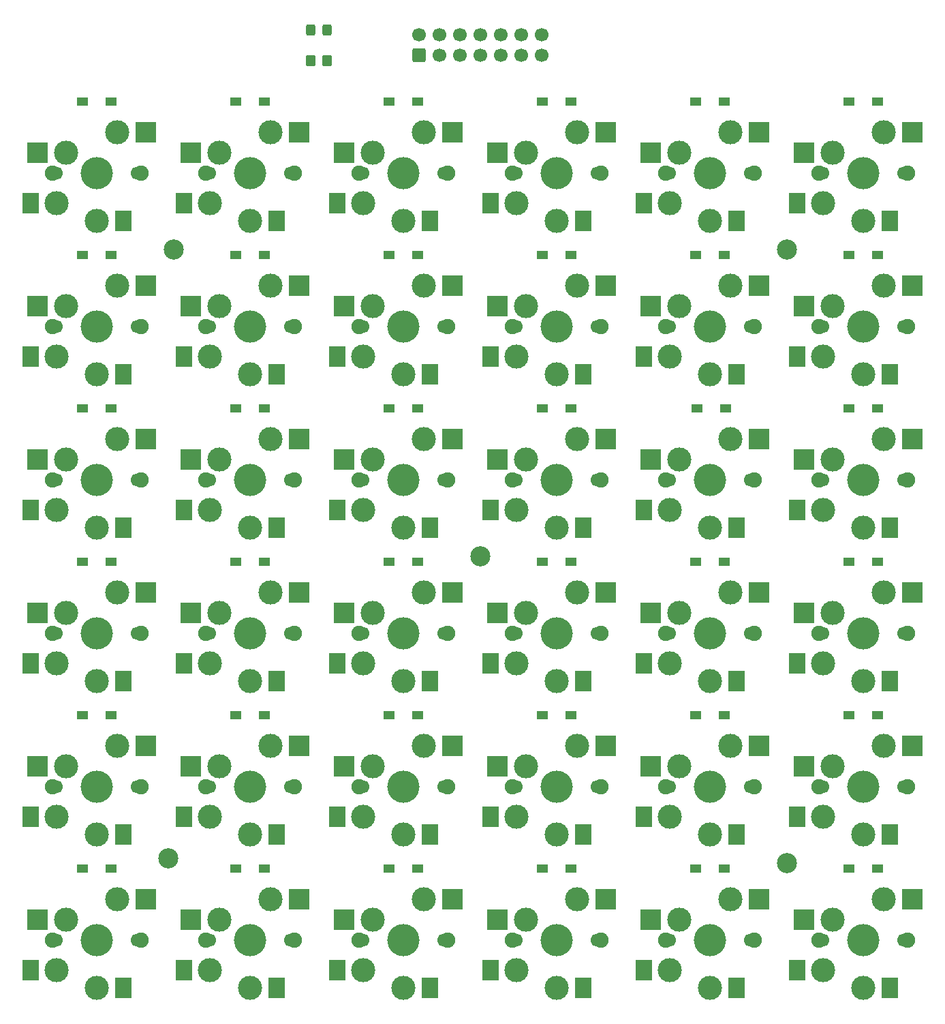
<source format=gbs>
%TF.GenerationSoftware,KiCad,Pcbnew,(6.0.1-0)*%
%TF.CreationDate,2022-02-06T15:04:05+08:00*%
%TF.ProjectId,Pragmatic,50726167-6d61-4746-9963-2e6b69636164,0.3*%
%TF.SameCoordinates,Original*%
%TF.FileFunction,Soldermask,Bot*%
%TF.FilePolarity,Negative*%
%FSLAX46Y46*%
G04 Gerber Fmt 4.6, Leading zero omitted, Abs format (unit mm)*
G04 Created by KiCad (PCBNEW (6.0.1-0)) date 2022-02-06 15:04:05*
%MOMM*%
%LPD*%
G01*
G04 APERTURE LIST*
G04 Aperture macros list*
%AMRoundRect*
0 Rectangle with rounded corners*
0 $1 Rounding radius*
0 $2 $3 $4 $5 $6 $7 $8 $9 X,Y pos of 4 corners*
0 Add a 4 corners polygon primitive as box body*
4,1,4,$2,$3,$4,$5,$6,$7,$8,$9,$2,$3,0*
0 Add four circle primitives for the rounded corners*
1,1,$1+$1,$2,$3*
1,1,$1+$1,$4,$5*
1,1,$1+$1,$6,$7*
1,1,$1+$1,$8,$9*
0 Add four rect primitives between the rounded corners*
20,1,$1+$1,$2,$3,$4,$5,0*
20,1,$1+$1,$4,$5,$6,$7,0*
20,1,$1+$1,$6,$7,$8,$9,0*
20,1,$1+$1,$8,$9,$2,$3,0*%
G04 Aperture macros list end*
%ADD10C,1.700000*%
%ADD11C,4.000000*%
%ADD12C,1.900000*%
%ADD13C,3.000000*%
%ADD14R,2.500000X2.500000*%
%ADD15R,2.000000X2.600000*%
%ADD16C,2.500000*%
%ADD17RoundRect,0.250000X0.600000X-0.600000X0.600000X0.600000X-0.600000X0.600000X-0.600000X-0.600000X0*%
%ADD18R,1.400000X1.000000*%
%ADD19RoundRect,0.250000X0.325000X0.450000X-0.325000X0.450000X-0.325000X-0.450000X0.325000X-0.450000X0*%
%ADD20RoundRect,0.250000X0.350000X0.450000X-0.350000X0.450000X-0.350000X-0.450000X0.350000X-0.450000X0*%
G04 APERTURE END LIST*
D10*
X52070000Y-57150000D03*
D11*
X57150000Y-57150000D03*
D12*
X51650000Y-57150000D03*
D10*
X62230000Y-57150000D03*
D13*
X59690000Y-52070000D03*
D12*
X62650000Y-57150000D03*
D13*
X57150000Y-63050000D03*
X53340000Y-54610000D03*
X52150000Y-60850000D03*
D14*
X49784000Y-54610000D03*
D15*
X48895000Y-60850000D03*
D14*
X63246000Y-52070000D03*
D15*
X60452000Y-63050000D03*
D10*
X52070000Y-76200000D03*
X62230000Y-76200000D03*
D13*
X57150000Y-82100000D03*
D12*
X62650000Y-76200000D03*
D13*
X52150000Y-79900000D03*
D12*
X51650000Y-76200000D03*
D11*
X57150000Y-76200000D03*
D13*
X59690000Y-71120000D03*
X53340000Y-73660000D03*
D15*
X48895000Y-79900000D03*
D14*
X49784000Y-73660000D03*
D15*
X60452000Y-82100000D03*
D14*
X63246000Y-71120000D03*
D10*
X81280000Y-76200000D03*
D11*
X76200000Y-76200000D03*
D13*
X76200000Y-82100000D03*
D12*
X81700000Y-76200000D03*
D10*
X71120000Y-76200000D03*
D13*
X78740000Y-71120000D03*
D12*
X70700000Y-76200000D03*
D13*
X72390000Y-73660000D03*
X71200000Y-79900000D03*
D14*
X68834000Y-73660000D03*
D15*
X67945000Y-79900000D03*
D14*
X82296000Y-71120000D03*
D15*
X79502000Y-82100000D03*
D11*
X76200000Y-57150000D03*
D13*
X71200000Y-60850000D03*
X78740000Y-52070000D03*
D12*
X81700000Y-57150000D03*
X70700000Y-57150000D03*
D13*
X76200000Y-63050000D03*
D10*
X81280000Y-57150000D03*
X71120000Y-57150000D03*
D13*
X72390000Y-54610000D03*
D15*
X67945000Y-60850000D03*
D14*
X68834000Y-54610000D03*
X82296000Y-52070000D03*
D15*
X79502000Y-63050000D03*
D10*
X100330000Y-57150000D03*
D13*
X90250000Y-60850000D03*
X95250000Y-63050000D03*
D12*
X89750000Y-57150000D03*
D13*
X91440000Y-54610000D03*
X97790000Y-52070000D03*
D12*
X100750000Y-57150000D03*
D11*
X95250000Y-57150000D03*
D10*
X90170000Y-57150000D03*
D15*
X86995000Y-60850000D03*
D14*
X87884000Y-54610000D03*
X101346000Y-52070000D03*
D15*
X98552000Y-63050000D03*
D13*
X110490000Y-54610000D03*
D12*
X119800000Y-57150000D03*
D10*
X119380000Y-57150000D03*
D13*
X116840000Y-52070000D03*
D11*
X114300000Y-57150000D03*
D13*
X109300000Y-60850000D03*
D12*
X108800000Y-57150000D03*
D13*
X114300000Y-63050000D03*
D10*
X109220000Y-57150000D03*
D14*
X106934000Y-54610000D03*
D15*
X106045000Y-60850000D03*
X117602000Y-63050000D03*
D14*
X120396000Y-52070000D03*
D12*
X138850000Y-57150000D03*
X127850000Y-57150000D03*
D13*
X135890000Y-52070000D03*
D10*
X128270000Y-57150000D03*
D13*
X129540000Y-54610000D03*
X128350000Y-60850000D03*
D10*
X138430000Y-57150000D03*
D13*
X133350000Y-63050000D03*
D11*
X133350000Y-57150000D03*
D14*
X125984000Y-54610000D03*
D15*
X125095000Y-60850000D03*
D14*
X139446000Y-52070000D03*
D15*
X136652000Y-63050000D03*
D12*
X146900000Y-57150000D03*
D10*
X157480000Y-57150000D03*
D13*
X154940000Y-52070000D03*
X148590000Y-54610000D03*
D11*
X152400000Y-57150000D03*
D13*
X152400000Y-63050000D03*
D12*
X157900000Y-57150000D03*
D13*
X147400000Y-60850000D03*
D10*
X147320000Y-57150000D03*
D14*
X145034000Y-54610000D03*
D15*
X144145000Y-60850000D03*
X155702000Y-63050000D03*
D14*
X158496000Y-52070000D03*
D12*
X100750000Y-76200000D03*
D13*
X91440000Y-73660000D03*
D10*
X90170000Y-76200000D03*
D12*
X89750000Y-76200000D03*
D13*
X90250000Y-79900000D03*
D10*
X100330000Y-76200000D03*
D13*
X97790000Y-71120000D03*
D11*
X95250000Y-76200000D03*
D13*
X95250000Y-82100000D03*
D15*
X86995000Y-79900000D03*
D14*
X87884000Y-73660000D03*
X101346000Y-71120000D03*
D15*
X98552000Y-82100000D03*
D13*
X114300000Y-82100000D03*
D10*
X119380000Y-76200000D03*
D11*
X114300000Y-76200000D03*
D13*
X116840000Y-71120000D03*
D12*
X108800000Y-76200000D03*
D13*
X110490000Y-73660000D03*
D12*
X119800000Y-76200000D03*
D13*
X109300000Y-79900000D03*
D10*
X109220000Y-76200000D03*
D14*
X106934000Y-73660000D03*
D15*
X106045000Y-79900000D03*
D14*
X120396000Y-71120000D03*
D15*
X117602000Y-82100000D03*
D10*
X128270000Y-76200000D03*
D13*
X129540000Y-73660000D03*
D12*
X127850000Y-76200000D03*
D13*
X133350000Y-82100000D03*
D10*
X138430000Y-76200000D03*
D11*
X133350000Y-76200000D03*
D13*
X128350000Y-79900000D03*
D12*
X138850000Y-76200000D03*
D13*
X135890000Y-71120000D03*
D14*
X125984000Y-73660000D03*
D15*
X125095000Y-79900000D03*
X136652000Y-82100000D03*
D14*
X139446000Y-71120000D03*
D13*
X152400000Y-82100000D03*
D12*
X146900000Y-76200000D03*
D13*
X154940000Y-71120000D03*
X147400000Y-79900000D03*
X148590000Y-73660000D03*
D10*
X147320000Y-76200000D03*
D12*
X157900000Y-76200000D03*
D11*
X152400000Y-76200000D03*
D10*
X157480000Y-76200000D03*
D14*
X145034000Y-73660000D03*
D15*
X144145000Y-79900000D03*
X155702000Y-82100000D03*
D14*
X158496000Y-71120000D03*
D12*
X51650000Y-95250000D03*
D10*
X62230000Y-95250000D03*
D13*
X57150000Y-101150000D03*
X53340000Y-92710000D03*
D12*
X62650000Y-95250000D03*
D10*
X52070000Y-95250000D03*
D13*
X59690000Y-90170000D03*
D11*
X57150000Y-95250000D03*
D13*
X52150000Y-98950000D03*
D14*
X49784000Y-92710000D03*
D15*
X48895000Y-98950000D03*
X60452000Y-101150000D03*
D14*
X63246000Y-90170000D03*
D13*
X76200000Y-101150000D03*
D10*
X71120000Y-95250000D03*
D13*
X72390000Y-92710000D03*
D12*
X70700000Y-95250000D03*
X81700000Y-95250000D03*
D11*
X76200000Y-95250000D03*
D13*
X71200000Y-98950000D03*
X78740000Y-90170000D03*
D10*
X81280000Y-95250000D03*
D14*
X68834000Y-92710000D03*
D15*
X67945000Y-98950000D03*
D14*
X82296000Y-90170000D03*
D15*
X79502000Y-101150000D03*
D10*
X90170000Y-95250000D03*
D13*
X97790000Y-90170000D03*
X91440000Y-92710000D03*
D11*
X95250000Y-95250000D03*
D12*
X100750000Y-95250000D03*
D10*
X100330000Y-95250000D03*
D13*
X95250000Y-101150000D03*
X90250000Y-98950000D03*
D12*
X89750000Y-95250000D03*
D15*
X86995000Y-98950000D03*
D14*
X87884000Y-92710000D03*
D15*
X98552000Y-101150000D03*
D14*
X101346000Y-90170000D03*
D13*
X110490000Y-92710000D03*
X109300000Y-98950000D03*
X116840000Y-90170000D03*
D11*
X114300000Y-95250000D03*
D10*
X109220000Y-95250000D03*
D12*
X119800000Y-95250000D03*
X108800000Y-95250000D03*
D13*
X114300000Y-101150000D03*
D10*
X119380000Y-95250000D03*
D15*
X106045000Y-98950000D03*
D14*
X106934000Y-92710000D03*
X120396000Y-90170000D03*
D15*
X117602000Y-101150000D03*
D13*
X129540000Y-92710000D03*
D12*
X138850000Y-95250000D03*
X127850000Y-95250000D03*
D10*
X128270000Y-95250000D03*
D13*
X135890000Y-90170000D03*
D11*
X133350000Y-95250000D03*
D13*
X133350000Y-101150000D03*
X128350000Y-98950000D03*
D10*
X138430000Y-95250000D03*
D14*
X125984000Y-92710000D03*
D15*
X125095000Y-98950000D03*
D14*
X139446000Y-90170000D03*
D15*
X136652000Y-101150000D03*
D13*
X148590000Y-92710000D03*
D12*
X157900000Y-95250000D03*
X146900000Y-95250000D03*
D13*
X152400000Y-101150000D03*
D10*
X157480000Y-95250000D03*
X147320000Y-95250000D03*
D11*
X152400000Y-95250000D03*
D13*
X154940000Y-90170000D03*
X147400000Y-98950000D03*
D15*
X144145000Y-98950000D03*
D14*
X145034000Y-92710000D03*
D15*
X155702000Y-101150000D03*
D14*
X158496000Y-90170000D03*
D10*
X52070000Y-114300000D03*
X62230000Y-114300000D03*
D13*
X52150000Y-118000000D03*
X57150000Y-120200000D03*
X59690000Y-109220000D03*
D11*
X57150000Y-114300000D03*
D13*
X53340000Y-111760000D03*
D12*
X62650000Y-114300000D03*
X51650000Y-114300000D03*
D15*
X48895000Y-118000000D03*
D14*
X49784000Y-111760000D03*
X63246000Y-109220000D03*
D15*
X60452000Y-120200000D03*
D10*
X71120000Y-114300000D03*
X81280000Y-114300000D03*
D13*
X78740000Y-109220000D03*
X72390000Y-111760000D03*
D11*
X76200000Y-114300000D03*
D13*
X71200000Y-118000000D03*
X76200000Y-120200000D03*
D12*
X70700000Y-114300000D03*
X81700000Y-114300000D03*
D15*
X67945000Y-118000000D03*
D14*
X68834000Y-111760000D03*
X82296000Y-109220000D03*
D15*
X79502000Y-120200000D03*
D13*
X91440000Y-111760000D03*
D12*
X100750000Y-114300000D03*
D11*
X95250000Y-114300000D03*
D10*
X100330000Y-114300000D03*
D13*
X90250000Y-118000000D03*
X97790000Y-109220000D03*
X95250000Y-120200000D03*
D10*
X90170000Y-114300000D03*
D12*
X89750000Y-114300000D03*
D14*
X87884000Y-111760000D03*
D15*
X86995000Y-118000000D03*
X98552000Y-120200000D03*
D14*
X101346000Y-109220000D03*
D13*
X116840000Y-109220000D03*
X110490000Y-111760000D03*
D11*
X114300000Y-114300000D03*
D12*
X119800000Y-114300000D03*
D10*
X109220000Y-114300000D03*
D12*
X108800000Y-114300000D03*
D10*
X119380000Y-114300000D03*
D13*
X114300000Y-120200000D03*
X109300000Y-118000000D03*
D15*
X106045000Y-118000000D03*
D14*
X106934000Y-111760000D03*
D15*
X117602000Y-120200000D03*
D14*
X120396000Y-109220000D03*
D13*
X135890000Y-109220000D03*
D12*
X127850000Y-114300000D03*
X138850000Y-114300000D03*
D11*
X133350000Y-114300000D03*
D10*
X138430000Y-114300000D03*
D13*
X133350000Y-120200000D03*
X128350000Y-118000000D03*
X129540000Y-111760000D03*
D10*
X128270000Y-114300000D03*
D14*
X125984000Y-111760000D03*
D15*
X125095000Y-118000000D03*
X136652000Y-120200000D03*
D14*
X139446000Y-109220000D03*
D13*
X147400000Y-118000000D03*
D12*
X157900000Y-114300000D03*
D13*
X154940000Y-109220000D03*
X148590000Y-111760000D03*
X152400000Y-120200000D03*
D10*
X157480000Y-114300000D03*
X147320000Y-114300000D03*
D12*
X146900000Y-114300000D03*
D11*
X152400000Y-114300000D03*
D15*
X144145000Y-118000000D03*
D14*
X145034000Y-111760000D03*
X158496000Y-109220000D03*
D15*
X155702000Y-120200000D03*
D10*
X62230000Y-133350000D03*
D11*
X57150000Y-133350000D03*
D10*
X52070000Y-133350000D03*
D12*
X51650000Y-133350000D03*
D13*
X52150000Y-137050000D03*
X57150000Y-139250000D03*
X53340000Y-130810000D03*
X59690000Y-128270000D03*
D12*
X62650000Y-133350000D03*
D14*
X49784000Y-130810000D03*
D15*
X48895000Y-137050000D03*
D14*
X63246000Y-128270000D03*
D15*
X60452000Y-139250000D03*
D13*
X71200000Y-137050000D03*
D12*
X81700000Y-133350000D03*
D13*
X72390000Y-130810000D03*
X76200000Y-139250000D03*
D10*
X81280000Y-133350000D03*
D12*
X70700000Y-133350000D03*
D11*
X76200000Y-133350000D03*
D10*
X71120000Y-133350000D03*
D13*
X78740000Y-128270000D03*
D14*
X68834000Y-130810000D03*
D15*
X67945000Y-137050000D03*
D14*
X82296000Y-128270000D03*
D15*
X79502000Y-139250000D03*
D13*
X90250000Y-137050000D03*
X91440000Y-130810000D03*
D12*
X89750000Y-133350000D03*
D13*
X95250000Y-139250000D03*
D11*
X95250000Y-133350000D03*
D10*
X90170000Y-133350000D03*
D12*
X100750000Y-133350000D03*
D10*
X100330000Y-133350000D03*
D13*
X97790000Y-128270000D03*
D15*
X86995000Y-137050000D03*
D14*
X87884000Y-130810000D03*
D15*
X98552000Y-139250000D03*
D14*
X101346000Y-128270000D03*
D11*
X114300000Y-133350000D03*
D13*
X110490000Y-130810000D03*
D10*
X109220000Y-133350000D03*
X119380000Y-133350000D03*
D13*
X109300000Y-137050000D03*
X116840000Y-128270000D03*
X114300000Y-139250000D03*
D12*
X119800000Y-133350000D03*
X108800000Y-133350000D03*
D14*
X106934000Y-130810000D03*
D15*
X106045000Y-137050000D03*
D14*
X120396000Y-128270000D03*
D15*
X117602000Y-139250000D03*
D13*
X133350000Y-139250000D03*
D10*
X128270000Y-133350000D03*
D13*
X128350000Y-137050000D03*
D10*
X138430000Y-133350000D03*
D12*
X127850000Y-133350000D03*
X138850000Y-133350000D03*
D13*
X135890000Y-128270000D03*
D11*
X133350000Y-133350000D03*
D13*
X129540000Y-130810000D03*
D14*
X125984000Y-130810000D03*
D15*
X125095000Y-137050000D03*
D14*
X139446000Y-128270000D03*
D15*
X136652000Y-139250000D03*
D10*
X157480000Y-133350000D03*
D13*
X147400000Y-137050000D03*
D12*
X157900000Y-133350000D03*
X146900000Y-133350000D03*
D13*
X154940000Y-128270000D03*
D11*
X152400000Y-133350000D03*
D13*
X148590000Y-130810000D03*
X152400000Y-139250000D03*
D10*
X147320000Y-133350000D03*
D15*
X144145000Y-137050000D03*
D14*
X145034000Y-130810000D03*
D15*
X155702000Y-139250000D03*
D14*
X158496000Y-128270000D03*
D13*
X53340000Y-149860000D03*
X57150000Y-158300000D03*
D10*
X52070000Y-152400000D03*
D13*
X59690000Y-147320000D03*
D12*
X62650000Y-152400000D03*
D11*
X57150000Y-152400000D03*
D10*
X62230000Y-152400000D03*
D13*
X52150000Y-156100000D03*
D12*
X51650000Y-152400000D03*
D15*
X48895000Y-156100000D03*
D14*
X49784000Y-149860000D03*
D15*
X60452000Y-158300000D03*
D14*
X63246000Y-147320000D03*
D13*
X76200000Y-158300000D03*
D11*
X76200000Y-152400000D03*
D12*
X70700000Y-152400000D03*
D13*
X71200000Y-156100000D03*
D10*
X71120000Y-152400000D03*
D13*
X72390000Y-149860000D03*
D10*
X81280000Y-152400000D03*
D13*
X78740000Y-147320000D03*
D12*
X81700000Y-152400000D03*
D15*
X67945000Y-156100000D03*
D14*
X68834000Y-149860000D03*
D15*
X79502000Y-158300000D03*
D14*
X82296000Y-147320000D03*
D13*
X97790000Y-147320000D03*
X91440000Y-149860000D03*
D10*
X90170000Y-152400000D03*
D11*
X95250000Y-152400000D03*
D12*
X100750000Y-152400000D03*
D13*
X90250000Y-156100000D03*
D12*
X89750000Y-152400000D03*
D13*
X95250000Y-158300000D03*
D10*
X100330000Y-152400000D03*
D14*
X87884000Y-149860000D03*
D15*
X86995000Y-156100000D03*
D14*
X101346000Y-147320000D03*
D15*
X98552000Y-158300000D03*
D13*
X116840000Y-147320000D03*
X110490000Y-149860000D03*
D12*
X119800000Y-152400000D03*
D11*
X114300000Y-152400000D03*
D10*
X119380000Y-152400000D03*
X109220000Y-152400000D03*
D13*
X114300000Y-158300000D03*
D12*
X108800000Y-152400000D03*
D13*
X109300000Y-156100000D03*
D14*
X106934000Y-149860000D03*
D15*
X106045000Y-156100000D03*
X117602000Y-158300000D03*
D14*
X120396000Y-147320000D03*
D13*
X129540000Y-149860000D03*
D11*
X133350000Y-152400000D03*
D13*
X133350000Y-158300000D03*
D10*
X138430000Y-152400000D03*
D13*
X128350000Y-156100000D03*
X135890000Y-147320000D03*
D12*
X138850000Y-152400000D03*
D10*
X128270000Y-152400000D03*
D12*
X127850000Y-152400000D03*
D14*
X125984000Y-149860000D03*
D15*
X125095000Y-156100000D03*
X136652000Y-158300000D03*
D14*
X139446000Y-147320000D03*
D13*
X154940000Y-147320000D03*
D10*
X157480000Y-152400000D03*
X147320000Y-152400000D03*
D13*
X147400000Y-156100000D03*
X152400000Y-158300000D03*
D12*
X157900000Y-152400000D03*
D13*
X148590000Y-149860000D03*
D12*
X146900000Y-152400000D03*
D11*
X152400000Y-152400000D03*
D15*
X144145000Y-156100000D03*
D14*
X145034000Y-149860000D03*
D15*
X155702000Y-158300000D03*
D14*
X158496000Y-147320000D03*
D16*
X104775000Y-104775000D03*
X66675000Y-66675000D03*
X66040000Y-142240000D03*
X142875000Y-66675000D03*
X142875000Y-142875000D03*
D17*
X97155000Y-42545000D03*
D10*
X97155000Y-40005000D03*
X99695000Y-42545000D03*
X99695000Y-40005000D03*
X102235000Y-42545000D03*
X102235000Y-40005000D03*
X104775000Y-42545000D03*
X104775000Y-40005000D03*
X107315000Y-42545000D03*
X107315000Y-40005000D03*
X109855000Y-42545000D03*
X109855000Y-40005000D03*
X112395000Y-42545000D03*
X112395000Y-40005000D03*
D18*
X58925000Y-48260000D03*
X55375000Y-48260000D03*
X58925000Y-67310000D03*
X55375000Y-67310000D03*
X77975000Y-67310000D03*
X74425000Y-67310000D03*
X77975000Y-48260000D03*
X74425000Y-48260000D03*
X97025000Y-48260000D03*
X93475000Y-48260000D03*
X116075000Y-48260000D03*
X112525000Y-48260000D03*
X135125000Y-48260000D03*
X131575000Y-48260000D03*
X154175000Y-48260000D03*
X150625000Y-48260000D03*
X97025000Y-67310000D03*
X93475000Y-67310000D03*
X116075000Y-67310000D03*
X112525000Y-67310000D03*
X135125000Y-67310000D03*
X131575000Y-67310000D03*
X154175000Y-67310000D03*
X150625000Y-67310000D03*
X58925000Y-86360000D03*
X55375000Y-86360000D03*
X77975000Y-86360000D03*
X74425000Y-86360000D03*
X97025000Y-86360000D03*
X93475000Y-86360000D03*
X116075000Y-86360000D03*
X112525000Y-86360000D03*
X135255000Y-86360000D03*
X131705000Y-86360000D03*
X154175000Y-86360000D03*
X150625000Y-86360000D03*
X58925000Y-105410000D03*
X55375000Y-105410000D03*
X77975000Y-105410000D03*
X74425000Y-105410000D03*
X97025000Y-105410000D03*
X93475000Y-105410000D03*
X116075000Y-105410000D03*
X112525000Y-105410000D03*
X135125000Y-105410000D03*
X131575000Y-105410000D03*
X154175000Y-105410000D03*
X150625000Y-105410000D03*
X58925000Y-124460000D03*
X55375000Y-124460000D03*
X77975000Y-124460000D03*
X74425000Y-124460000D03*
X97025000Y-124460000D03*
X93475000Y-124460000D03*
X116075000Y-124460000D03*
X112525000Y-124460000D03*
X135125000Y-124460000D03*
X131575000Y-124460000D03*
X154175000Y-124460000D03*
X150625000Y-124460000D03*
X58925000Y-143510000D03*
X55375000Y-143510000D03*
X77975000Y-143510000D03*
X74425000Y-143510000D03*
X97025000Y-143510000D03*
X93475000Y-143510000D03*
X116075000Y-143510000D03*
X112525000Y-143510000D03*
X135125000Y-143510000D03*
X131575000Y-143510000D03*
X154175000Y-143510000D03*
X150625000Y-143510000D03*
D19*
X85725000Y-39370000D03*
X83675000Y-39370000D03*
D20*
X85725000Y-43180000D03*
X83725000Y-43180000D03*
M02*

</source>
